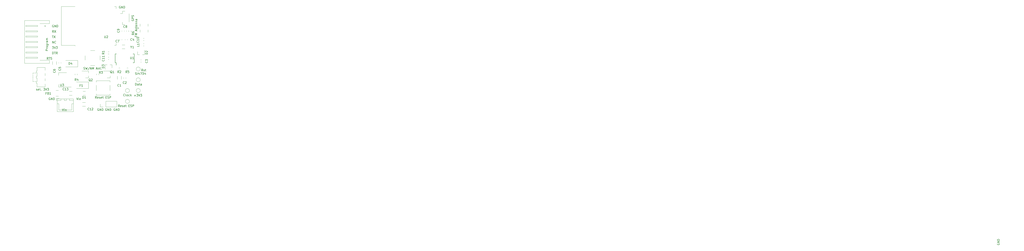
<source format=gto>
%TF.GenerationSoftware,KiCad,Pcbnew,5.1.9+dfsg1-1*%
%TF.CreationDate,2021-06-01T22:56:34+02:00*%
%TF.ProjectId,SDR-RX,5344522d-5258-42e6-9b69-6361645f7063,rev?*%
%TF.SameCoordinates,Original*%
%TF.FileFunction,Legend,Top*%
%TF.FilePolarity,Positive*%
%FSLAX46Y46*%
G04 Gerber Fmt 4.6, Leading zero omitted, Abs format (unit mm)*
G04 Created by KiCad (PCBNEW 5.1.9+dfsg1-1) date 2021-06-01 22:56:34*
%MOMM*%
%LPD*%
G01*
G04 APERTURE LIST*
%ADD10C,0.150000*%
%ADD11C,0.120000*%
G04 APERTURE END LIST*
D10*
X160661071Y-96297380D02*
X160327738Y-95821190D01*
X160089642Y-96297380D02*
X160089642Y-95297380D01*
X160470595Y-95297380D01*
X160565833Y-95345000D01*
X160613452Y-95392619D01*
X160661071Y-95487857D01*
X160661071Y-95630714D01*
X160613452Y-95725952D01*
X160565833Y-95773571D01*
X160470595Y-95821190D01*
X160089642Y-95821190D01*
X161042023Y-96249761D02*
X161137261Y-96297380D01*
X161327738Y-96297380D01*
X161422976Y-96249761D01*
X161470595Y-96154523D01*
X161470595Y-96106904D01*
X161422976Y-96011666D01*
X161327738Y-95964047D01*
X161184880Y-95964047D01*
X161089642Y-95916428D01*
X161042023Y-95821190D01*
X161042023Y-95773571D01*
X161089642Y-95678333D01*
X161184880Y-95630714D01*
X161327738Y-95630714D01*
X161422976Y-95678333D01*
X161756309Y-95630714D02*
X162137261Y-95630714D01*
X161899166Y-95297380D02*
X161899166Y-96154523D01*
X161946785Y-96249761D01*
X162042023Y-96297380D01*
X162137261Y-96297380D01*
X157184880Y-97899761D02*
X157327738Y-97947380D01*
X157565833Y-97947380D01*
X157661071Y-97899761D01*
X157708690Y-97852142D01*
X157756309Y-97756904D01*
X157756309Y-97661666D01*
X157708690Y-97566428D01*
X157661071Y-97518809D01*
X157565833Y-97471190D01*
X157375357Y-97423571D01*
X157280119Y-97375952D01*
X157232500Y-97328333D01*
X157184880Y-97233095D01*
X157184880Y-97137857D01*
X157232500Y-97042619D01*
X157280119Y-96995000D01*
X157375357Y-96947380D01*
X157613452Y-96947380D01*
X157756309Y-96995000D01*
X158184880Y-97947380D02*
X158184880Y-96947380D01*
X159089642Y-97280714D02*
X159089642Y-97947380D01*
X158851547Y-96899761D02*
X158613452Y-97614047D01*
X159232500Y-97614047D01*
X159518214Y-96947380D02*
X160184880Y-96947380D01*
X159756309Y-97947380D01*
X160470595Y-96947380D02*
X161089642Y-96947380D01*
X160756309Y-97328333D01*
X160899166Y-97328333D01*
X160994404Y-97375952D01*
X161042023Y-97423571D01*
X161089642Y-97518809D01*
X161089642Y-97756904D01*
X161042023Y-97852142D01*
X160994404Y-97899761D01*
X160899166Y-97947380D01*
X160613452Y-97947380D01*
X160518214Y-97899761D01*
X160470595Y-97852142D01*
X161946785Y-97280714D02*
X161946785Y-97947380D01*
X161708690Y-96899761D02*
X161470595Y-97614047D01*
X162089642Y-97614047D01*
X147598095Y-113950000D02*
X147502857Y-113902380D01*
X147360000Y-113902380D01*
X147217142Y-113950000D01*
X147121904Y-114045238D01*
X147074285Y-114140476D01*
X147026666Y-114330952D01*
X147026666Y-114473809D01*
X147074285Y-114664285D01*
X147121904Y-114759523D01*
X147217142Y-114854761D01*
X147360000Y-114902380D01*
X147455238Y-114902380D01*
X147598095Y-114854761D01*
X147645714Y-114807142D01*
X147645714Y-114473809D01*
X147455238Y-114473809D01*
X148074285Y-114902380D02*
X148074285Y-113902380D01*
X148645714Y-114902380D01*
X148645714Y-113902380D01*
X149121904Y-114902380D02*
X149121904Y-113902380D01*
X149360000Y-113902380D01*
X149502857Y-113950000D01*
X149598095Y-114045238D01*
X149645714Y-114140476D01*
X149693333Y-114330952D01*
X149693333Y-114473809D01*
X149645714Y-114664285D01*
X149598095Y-114759523D01*
X149502857Y-114854761D01*
X149360000Y-114902380D01*
X149121904Y-114902380D01*
X139978095Y-113950000D02*
X139882857Y-113902380D01*
X139740000Y-113902380D01*
X139597142Y-113950000D01*
X139501904Y-114045238D01*
X139454285Y-114140476D01*
X139406666Y-114330952D01*
X139406666Y-114473809D01*
X139454285Y-114664285D01*
X139501904Y-114759523D01*
X139597142Y-114854761D01*
X139740000Y-114902380D01*
X139835238Y-114902380D01*
X139978095Y-114854761D01*
X140025714Y-114807142D01*
X140025714Y-114473809D01*
X139835238Y-114473809D01*
X140454285Y-114902380D02*
X140454285Y-113902380D01*
X141025714Y-114902380D01*
X141025714Y-113902380D01*
X141501904Y-114902380D02*
X141501904Y-113902380D01*
X141740000Y-113902380D01*
X141882857Y-113950000D01*
X141978095Y-114045238D01*
X142025714Y-114140476D01*
X142073333Y-114330952D01*
X142073333Y-114473809D01*
X142025714Y-114664285D01*
X141978095Y-114759523D01*
X141882857Y-114854761D01*
X141740000Y-114902380D01*
X141501904Y-114902380D01*
X150138095Y-65690000D02*
X150042857Y-65642380D01*
X149900000Y-65642380D01*
X149757142Y-65690000D01*
X149661904Y-65785238D01*
X149614285Y-65880476D01*
X149566666Y-66070952D01*
X149566666Y-66213809D01*
X149614285Y-66404285D01*
X149661904Y-66499523D01*
X149757142Y-66594761D01*
X149900000Y-66642380D01*
X149995238Y-66642380D01*
X150138095Y-66594761D01*
X150185714Y-66547142D01*
X150185714Y-66213809D01*
X149995238Y-66213809D01*
X150614285Y-66642380D02*
X150614285Y-65642380D01*
X151185714Y-66642380D01*
X151185714Y-65642380D01*
X151661904Y-66642380D02*
X151661904Y-65642380D01*
X151900000Y-65642380D01*
X152042857Y-65690000D01*
X152138095Y-65785238D01*
X152185714Y-65880476D01*
X152233333Y-66070952D01*
X152233333Y-66213809D01*
X152185714Y-66404285D01*
X152138095Y-66499523D01*
X152042857Y-66594761D01*
X151900000Y-66642380D01*
X151661904Y-66642380D01*
X129556190Y-108822380D02*
X129889523Y-109822380D01*
X130222857Y-108822380D01*
X130556190Y-109822380D02*
X130556190Y-109155714D01*
X130556190Y-108822380D02*
X130508571Y-108870000D01*
X130556190Y-108917619D01*
X130603809Y-108870000D01*
X130556190Y-108822380D01*
X130556190Y-108917619D01*
X131032380Y-109155714D02*
X131032380Y-109822380D01*
X131032380Y-109250952D02*
X131080000Y-109203333D01*
X131175238Y-109155714D01*
X131318095Y-109155714D01*
X131413333Y-109203333D01*
X131460952Y-109298571D01*
X131460952Y-109822380D01*
X117118095Y-108870000D02*
X117022857Y-108822380D01*
X116880000Y-108822380D01*
X116737142Y-108870000D01*
X116641904Y-108965238D01*
X116594285Y-109060476D01*
X116546666Y-109250952D01*
X116546666Y-109393809D01*
X116594285Y-109584285D01*
X116641904Y-109679523D01*
X116737142Y-109774761D01*
X116880000Y-109822380D01*
X116975238Y-109822380D01*
X117118095Y-109774761D01*
X117165714Y-109727142D01*
X117165714Y-109393809D01*
X116975238Y-109393809D01*
X117594285Y-109822380D02*
X117594285Y-108822380D01*
X118165714Y-109822380D01*
X118165714Y-108822380D01*
X118641904Y-109822380D02*
X118641904Y-108822380D01*
X118880000Y-108822380D01*
X119022857Y-108870000D01*
X119118095Y-108965238D01*
X119165714Y-109060476D01*
X119213333Y-109250952D01*
X119213333Y-109393809D01*
X119165714Y-109584285D01*
X119118095Y-109679523D01*
X119022857Y-109774761D01*
X118880000Y-109822380D01*
X118641904Y-109822380D01*
X116247023Y-90772380D02*
X115913690Y-90296190D01*
X115675595Y-90772380D02*
X115675595Y-89772380D01*
X116056547Y-89772380D01*
X116151785Y-89820000D01*
X116199404Y-89867619D01*
X116247023Y-89962857D01*
X116247023Y-90105714D01*
X116199404Y-90200952D01*
X116151785Y-90248571D01*
X116056547Y-90296190D01*
X115675595Y-90296190D01*
X116532738Y-89772380D02*
X117104166Y-89772380D01*
X116818452Y-90772380D02*
X116818452Y-89772380D01*
X117389880Y-90724761D02*
X117532738Y-90772380D01*
X117770833Y-90772380D01*
X117866071Y-90724761D01*
X117913690Y-90677142D01*
X117961309Y-90581904D01*
X117961309Y-90486666D01*
X117913690Y-90391428D01*
X117866071Y-90343809D01*
X117770833Y-90296190D01*
X117580357Y-90248571D01*
X117485119Y-90200952D01*
X117437500Y-90153333D01*
X117389880Y-90058095D01*
X117389880Y-89962857D01*
X117437500Y-89867619D01*
X117485119Y-89820000D01*
X117580357Y-89772380D01*
X117818452Y-89772380D01*
X117961309Y-89820000D01*
X118215595Y-88232380D02*
X118215595Y-87232380D01*
X118453690Y-87232380D01*
X118596547Y-87280000D01*
X118691785Y-87375238D01*
X118739404Y-87470476D01*
X118787023Y-87660952D01*
X118787023Y-87803809D01*
X118739404Y-87994285D01*
X118691785Y-88089523D01*
X118596547Y-88184761D01*
X118453690Y-88232380D01*
X118215595Y-88232380D01*
X119072738Y-87232380D02*
X119644166Y-87232380D01*
X119358452Y-88232380D02*
X119358452Y-87232380D01*
X120548928Y-88232380D02*
X120215595Y-87756190D01*
X119977500Y-88232380D02*
X119977500Y-87232380D01*
X120358452Y-87232380D01*
X120453690Y-87280000D01*
X120501309Y-87327619D01*
X120548928Y-87422857D01*
X120548928Y-87565714D01*
X120501309Y-87660952D01*
X120453690Y-87708571D01*
X120358452Y-87756190D01*
X119977500Y-87756190D01*
X118120357Y-84692380D02*
X118739404Y-84692380D01*
X118406071Y-85073333D01*
X118548928Y-85073333D01*
X118644166Y-85120952D01*
X118691785Y-85168571D01*
X118739404Y-85263809D01*
X118739404Y-85501904D01*
X118691785Y-85597142D01*
X118644166Y-85644761D01*
X118548928Y-85692380D01*
X118263214Y-85692380D01*
X118167976Y-85644761D01*
X118120357Y-85597142D01*
X119025119Y-84692380D02*
X119358452Y-85692380D01*
X119691785Y-84692380D01*
X119929880Y-84692380D02*
X120548928Y-84692380D01*
X120215595Y-85073333D01*
X120358452Y-85073333D01*
X120453690Y-85120952D01*
X120501309Y-85168571D01*
X120548928Y-85263809D01*
X120548928Y-85501904D01*
X120501309Y-85597142D01*
X120453690Y-85644761D01*
X120358452Y-85692380D01*
X120072738Y-85692380D01*
X119977500Y-85644761D01*
X119929880Y-85597142D01*
X118215595Y-83152380D02*
X118215595Y-82152380D01*
X118787023Y-83152380D01*
X118787023Y-82152380D01*
X119834642Y-83057142D02*
X119787023Y-83104761D01*
X119644166Y-83152380D01*
X119548928Y-83152380D01*
X119406071Y-83104761D01*
X119310833Y-83009523D01*
X119263214Y-82914285D01*
X119215595Y-82723809D01*
X119215595Y-82580952D01*
X119263214Y-82390476D01*
X119310833Y-82295238D01*
X119406071Y-82200000D01*
X119548928Y-82152380D01*
X119644166Y-82152380D01*
X119787023Y-82200000D01*
X119834642Y-82247619D01*
X118072738Y-79612380D02*
X118644166Y-79612380D01*
X118358452Y-80612380D02*
X118358452Y-79612380D01*
X118882261Y-79612380D02*
X119548928Y-80612380D01*
X119548928Y-79612380D02*
X118882261Y-80612380D01*
X118787023Y-78072380D02*
X118453690Y-77596190D01*
X118215595Y-78072380D02*
X118215595Y-77072380D01*
X118596547Y-77072380D01*
X118691785Y-77120000D01*
X118739404Y-77167619D01*
X118787023Y-77262857D01*
X118787023Y-77405714D01*
X118739404Y-77500952D01*
X118691785Y-77548571D01*
X118596547Y-77596190D01*
X118215595Y-77596190D01*
X119120357Y-77072380D02*
X119787023Y-78072380D01*
X119787023Y-77072380D02*
X119120357Y-78072380D01*
X118739404Y-74580000D02*
X118644166Y-74532380D01*
X118501309Y-74532380D01*
X118358452Y-74580000D01*
X118263214Y-74675238D01*
X118215595Y-74770476D01*
X118167976Y-74960952D01*
X118167976Y-75103809D01*
X118215595Y-75294285D01*
X118263214Y-75389523D01*
X118358452Y-75484761D01*
X118501309Y-75532380D01*
X118596547Y-75532380D01*
X118739404Y-75484761D01*
X118787023Y-75437142D01*
X118787023Y-75103809D01*
X118596547Y-75103809D01*
X119215595Y-75532380D02*
X119215595Y-74532380D01*
X119787023Y-75532380D01*
X119787023Y-74532380D01*
X120263214Y-75532380D02*
X120263214Y-74532380D01*
X120501309Y-74532380D01*
X120644166Y-74580000D01*
X120739404Y-74675238D01*
X120787023Y-74770476D01*
X120834642Y-74960952D01*
X120834642Y-75103809D01*
X120787023Y-75294285D01*
X120739404Y-75389523D01*
X120644166Y-75484761D01*
X120501309Y-75532380D01*
X120263214Y-75532380D01*
D11*
%TO.C,C4*%
X153315000Y-81283733D02*
X153315000Y-81576267D01*
X152295000Y-81283733D02*
X152295000Y-81576267D01*
%TO.C,Program*%
X105090000Y-82480000D02*
X105090000Y-72420000D01*
X105090000Y-72420000D02*
X116810000Y-72420000D01*
X116810000Y-72420000D02*
X116810000Y-73840000D01*
X116810000Y-73840000D02*
X112310000Y-73840000D01*
X105090000Y-82480000D02*
X105090000Y-92540000D01*
X105090000Y-92540000D02*
X116810000Y-92540000D01*
X116810000Y-92540000D02*
X116810000Y-91120000D01*
X116810000Y-91120000D02*
X112310000Y-91120000D01*
X111200000Y-74730000D02*
X105700000Y-74730000D01*
X105700000Y-74730000D02*
X105700000Y-75230000D01*
X105700000Y-75230000D02*
X111200000Y-75230000D01*
X111200000Y-75230000D02*
X111200000Y-74730000D01*
X111200000Y-77230000D02*
X105700000Y-77230000D01*
X105700000Y-77230000D02*
X105700000Y-77730000D01*
X105700000Y-77730000D02*
X111200000Y-77730000D01*
X111200000Y-77730000D02*
X111200000Y-77230000D01*
X111200000Y-79730000D02*
X105700000Y-79730000D01*
X105700000Y-79730000D02*
X105700000Y-80230000D01*
X105700000Y-80230000D02*
X111200000Y-80230000D01*
X111200000Y-80230000D02*
X111200000Y-79730000D01*
X111200000Y-82230000D02*
X105700000Y-82230000D01*
X105700000Y-82230000D02*
X105700000Y-82730000D01*
X105700000Y-82730000D02*
X111200000Y-82730000D01*
X111200000Y-82730000D02*
X111200000Y-82230000D01*
X111200000Y-84730000D02*
X105700000Y-84730000D01*
X105700000Y-84730000D02*
X105700000Y-85230000D01*
X105700000Y-85230000D02*
X111200000Y-85230000D01*
X111200000Y-85230000D02*
X111200000Y-84730000D01*
X111200000Y-87230000D02*
X105700000Y-87230000D01*
X105700000Y-87230000D02*
X105700000Y-87730000D01*
X105700000Y-87730000D02*
X111200000Y-87730000D01*
X111200000Y-87730000D02*
X111200000Y-87230000D01*
X111200000Y-89730000D02*
X105700000Y-89730000D01*
X105700000Y-89730000D02*
X105700000Y-90230000D01*
X105700000Y-90230000D02*
X111200000Y-90230000D01*
X111200000Y-90230000D02*
X111200000Y-89730000D01*
X114300000Y-74980000D02*
X114900000Y-74680000D01*
X114900000Y-74680000D02*
X114900000Y-75280000D01*
X114900000Y-75280000D02*
X114300000Y-74980000D01*
%TO.C,GPS*%
X152210000Y-68060000D02*
X151060000Y-68060000D01*
X151060000Y-68060000D02*
X151060000Y-69110000D01*
X151060000Y-69110000D02*
X150070000Y-69110000D01*
X152210000Y-74280000D02*
X151060000Y-74280000D01*
X151060000Y-74280000D02*
X151060000Y-73230000D01*
X154180000Y-69230000D02*
X154180000Y-73110000D01*
%TO.C,SW/AM Ant.*%
X133564800Y-91050000D02*
X133564800Y-89050000D01*
X136070000Y-86544800D02*
X138070000Y-86544800D01*
X140575200Y-89050000D02*
X140575200Y-91050000D01*
X138070000Y-93555200D02*
X136070000Y-93555200D01*
%TO.C,Vin *%
X120400000Y-109350000D02*
X120400000Y-115320000D01*
X120400000Y-115320000D02*
X128020000Y-115320000D01*
X128020000Y-115320000D02*
X128020000Y-109350000D01*
X128020000Y-109350000D02*
X120400000Y-109350000D01*
X123710000Y-109360000D02*
X123710000Y-110110000D01*
X123710000Y-110110000D02*
X124710000Y-110110000D01*
X124710000Y-110110000D02*
X124710000Y-109360000D01*
X124710000Y-109360000D02*
X123710000Y-109360000D01*
X120410000Y-109360000D02*
X120410000Y-110110000D01*
X120410000Y-110110000D02*
X122210000Y-110110000D01*
X122210000Y-110110000D02*
X122210000Y-109360000D01*
X122210000Y-109360000D02*
X120410000Y-109360000D01*
X126210000Y-109360000D02*
X126210000Y-110110000D01*
X126210000Y-110110000D02*
X128010000Y-110110000D01*
X128010000Y-110110000D02*
X128010000Y-109360000D01*
X128010000Y-109360000D02*
X126210000Y-109360000D01*
X120410000Y-111610000D02*
X121160000Y-111610000D01*
X121160000Y-111610000D02*
X121160000Y-114560000D01*
X121160000Y-114560000D02*
X124210000Y-114560000D01*
X128010000Y-111610000D02*
X127260000Y-111610000D01*
X127260000Y-111610000D02*
X127260000Y-114560000D01*
X127260000Y-114560000D02*
X124210000Y-114560000D01*
X121360000Y-109060000D02*
X120110000Y-109060000D01*
X120110000Y-109060000D02*
X120110000Y-110310000D01*
%TO.C,sel. 3V3 *%
X114700000Y-102310000D02*
X114700000Y-103710000D01*
X114700000Y-103710000D02*
X110900000Y-103710000D01*
X110900000Y-94510000D02*
X114700000Y-94510000D01*
X114700000Y-94510000D02*
X114700000Y-95910000D01*
X114700000Y-100910000D02*
X114700000Y-99810000D01*
X114700000Y-99810000D02*
X114700000Y-99810000D01*
X114700000Y-98410000D02*
X114700000Y-97310000D01*
X114700000Y-97310000D02*
X114700000Y-97310000D01*
X110900000Y-103710000D02*
X110900000Y-102010000D01*
X110900000Y-102010000D02*
X110600000Y-102010000D01*
X110600000Y-102010000D02*
X110600000Y-101210000D01*
X110600000Y-101210000D02*
X110900000Y-101210000D01*
X110900000Y-101210000D02*
X110900000Y-99510000D01*
X110900000Y-99510000D02*
X110600000Y-99510000D01*
X110600000Y-99510000D02*
X110600000Y-98710000D01*
X110600000Y-98710000D02*
X110900000Y-98710000D01*
X110900000Y-98710000D02*
X110900000Y-97010000D01*
X110900000Y-97010000D02*
X110600000Y-97010000D01*
X110600000Y-97010000D02*
X110600000Y-96210000D01*
X110600000Y-96210000D02*
X110900000Y-96210000D01*
X110900000Y-96210000D02*
X110900000Y-94510000D01*
X110900000Y-94510000D02*
X110900000Y-94510000D01*
X109000000Y-97110000D02*
X109500000Y-97110000D01*
X109500000Y-97110000D02*
X109500000Y-97110000D01*
X109000000Y-97110000D02*
X109000000Y-97610000D01*
X109000000Y-97610000D02*
X109000000Y-97610000D01*
X109000000Y-101110000D02*
X109000000Y-100610000D01*
X109000000Y-100610000D02*
X109000000Y-100610000D01*
X109000000Y-101110000D02*
X109500000Y-101110000D01*
X109500000Y-101110000D02*
X109500000Y-101110000D01*
X109800000Y-101110000D02*
X110300000Y-101110000D01*
X110300000Y-101110000D02*
X110300000Y-101110000D01*
X109800000Y-97110000D02*
X110300000Y-97110000D01*
X110300000Y-97110000D02*
X110300000Y-97110000D01*
X109000000Y-97910000D02*
X109000000Y-98410000D01*
X109000000Y-98410000D02*
X109000000Y-98410000D01*
X109000000Y-100310000D02*
X109000000Y-99810000D01*
X109000000Y-99810000D02*
X109000000Y-99810000D01*
X109000000Y-99510000D02*
X109000000Y-98710000D01*
X109000000Y-98710000D02*
X109000000Y-98710000D01*
%TO.C,+3V3*%
X159470000Y-105460000D02*
G75*
G03*
X159470000Y-105460000I-950000J0D01*
G01*
%TO.C,Reset SI4734*%
X159470000Y-95300000D02*
G75*
G03*
X159470000Y-95300000I-950000J0D01*
G01*
%TO.C,Clock*%
X154390000Y-105460000D02*
G75*
G03*
X154390000Y-105460000I-950000J0D01*
G01*
%TO.C,Data*%
X159470000Y-100380000D02*
G75*
G03*
X159470000Y-100380000I-950000J0D01*
G01*
%TO.C,Reset ESP*%
X154390000Y-110540000D02*
G75*
G03*
X154390000Y-110540000I-950000J0D01*
G01*
%TO.C,GND*%
X148420000Y-113140000D02*
X148420000Y-110480000D01*
X143280000Y-113140000D02*
X148420000Y-113140000D01*
X143280000Y-110480000D02*
X148420000Y-110480000D01*
X143280000Y-113140000D02*
X143280000Y-110480000D01*
X142010000Y-113140000D02*
X140680000Y-113140000D01*
X140680000Y-113140000D02*
X140680000Y-111810000D01*
%TO.C,Y1*%
X152210000Y-83984000D02*
X150860000Y-83984000D01*
X152210000Y-85734000D02*
X150860000Y-85734000D01*
%TO.C,U3*%
X121050000Y-96970000D02*
X121050000Y-98230000D01*
X121050000Y-103790000D02*
X121050000Y-102530000D01*
X124810000Y-96970000D02*
X121050000Y-96970000D01*
X127060000Y-103790000D02*
X121050000Y-103790000D01*
%TO.C,U2*%
X147300000Y-84100000D02*
X148080000Y-84100000D01*
X148080000Y-84100000D02*
X148080000Y-83100000D01*
X147300000Y-65860000D02*
X148080000Y-65860000D01*
X148080000Y-65860000D02*
X148080000Y-66860000D01*
X122335000Y-84100000D02*
X122335000Y-65860000D01*
X122335000Y-65860000D02*
X128755000Y-65860000D01*
X122335000Y-84100000D02*
X128755000Y-84100000D01*
X128755000Y-84100000D02*
X128755000Y-84480000D01*
D10*
%TO.C,U1*%
X147695000Y-92295000D02*
X148170000Y-92295000D01*
X147695000Y-88145000D02*
X148252500Y-88145000D01*
X156645000Y-88145000D02*
X156087500Y-88145000D01*
X156645000Y-92295000D02*
X156087500Y-92295000D01*
X147695000Y-92295000D02*
X147695000Y-88145000D01*
X156645000Y-92295000D02*
X156645000Y-88145000D01*
X148170000Y-92295000D02*
X148170000Y-93420000D01*
D11*
%TO.C,Reset ESP*%
X138760000Y-101440000D02*
X138760000Y-100790000D01*
X138760000Y-100790000D02*
X145260000Y-100790000D01*
X145260000Y-100790000D02*
X145260000Y-101440000D01*
X138760000Y-106940000D02*
X138760000Y-107590000D01*
X138760000Y-107590000D02*
X145260000Y-107590000D01*
X145260000Y-107590000D02*
X145260000Y-106940000D01*
X138760000Y-105440000D02*
X138760000Y-102940000D01*
X145260000Y-105440000D02*
X145260000Y-102940000D01*
%TO.C,R6*%
X155105500Y-77138276D02*
X155105500Y-77647724D01*
X154060500Y-77138276D02*
X154060500Y-77647724D01*
%TO.C,R5*%
X153185276Y-94777500D02*
X153694724Y-94777500D01*
X153185276Y-95822500D02*
X153694724Y-95822500D01*
%TO.C,R4*%
X128787500Y-98094724D02*
X128787500Y-97585276D01*
X129832500Y-98094724D02*
X129832500Y-97585276D01*
%TO.C,R3*%
X139992500Y-97585276D02*
X139992500Y-98094724D01*
X138947500Y-97585276D02*
X138947500Y-98094724D01*
%TO.C,R2*%
X149884724Y-95822500D02*
X149375276Y-95822500D01*
X149884724Y-94777500D02*
X149375276Y-94777500D01*
%TO.C,R1*%
X144804724Y-88202500D02*
X144295276Y-88202500D01*
X144804724Y-87157500D02*
X144295276Y-87157500D01*
%TO.C,Q2*%
X135150000Y-99420000D02*
X135150000Y-98490000D01*
X135150000Y-96260000D02*
X135150000Y-97190000D01*
X135150000Y-96260000D02*
X131990000Y-96260000D01*
X135150000Y-99420000D02*
X133690000Y-99420000D01*
%TO.C,Q1*%
X145310000Y-99420000D02*
X145310000Y-98490000D01*
X145310000Y-96260000D02*
X145310000Y-97190000D01*
X145310000Y-96260000D02*
X142150000Y-96260000D01*
X145310000Y-99420000D02*
X143850000Y-99420000D01*
%TO.C,L1*%
X161231267Y-84380000D02*
X160888733Y-84380000D01*
X161231267Y-83360000D02*
X160888733Y-83360000D01*
%TO.C,FM Antenna*%
X158300000Y-76215000D02*
X158800000Y-75965000D01*
X158300000Y-75715000D02*
X158300000Y-76215000D01*
X158800000Y-75965000D02*
X158300000Y-75715000D01*
X163060000Y-77915000D02*
X163060000Y-76805000D01*
X163060000Y-75125000D02*
X163060000Y-74015000D01*
X159350000Y-77915000D02*
X159350000Y-76805000D01*
X159350000Y-75125000D02*
X159350000Y-74015000D01*
%TO.C,FB1*%
X121022064Y-108090000D02*
X119817936Y-108090000D01*
X121022064Y-105370000D02*
X119817936Y-105370000D01*
%TO.C,F1*%
X132517936Y-105820000D02*
X133722064Y-105820000D01*
X132517936Y-107640000D02*
X133722064Y-107640000D01*
%TO.C,D4*%
X124370000Y-94260000D02*
X130070000Y-94260000D01*
X130070000Y-94260000D02*
X130070000Y-91260000D01*
X130070000Y-91260000D02*
X124370000Y-91260000D01*
%TO.C,D3*%
X146130000Y-93270000D02*
X145200000Y-93270000D01*
X142970000Y-93270000D02*
X143900000Y-93270000D01*
X142970000Y-93270000D02*
X142970000Y-95430000D01*
X146130000Y-93270000D02*
X146130000Y-94730000D01*
%TO.C,D2*%
X158210000Y-88540000D02*
X159140000Y-88540000D01*
X161370000Y-88540000D02*
X160440000Y-88540000D01*
X161370000Y-88540000D02*
X161370000Y-86380000D01*
X158210000Y-88540000D02*
X158210000Y-87080000D01*
%TO.C,D1*%
X129450000Y-104420000D02*
X135150000Y-104420000D01*
X135150000Y-104420000D02*
X135150000Y-101420000D01*
X135150000Y-101420000D02*
X129450000Y-101420000D01*
%TO.C,C13*%
X126058748Y-105820000D02*
X127481252Y-105820000D01*
X126058748Y-107640000D02*
X127481252Y-107640000D01*
%TO.C,C12*%
X133704252Y-112820000D02*
X132281748Y-112820000D01*
X133704252Y-111000000D02*
X132281748Y-111000000D01*
%TO.C,C11*%
X144403733Y-89710000D02*
X144696267Y-89710000D01*
X144403733Y-90730000D02*
X144696267Y-90730000D01*
%TO.C,C10*%
X160913733Y-80820000D02*
X161206267Y-80820000D01*
X160913733Y-81840000D02*
X161206267Y-81840000D01*
%TO.C,C9*%
X150775000Y-77246733D02*
X150775000Y-77539267D01*
X149755000Y-77246733D02*
X149755000Y-77539267D01*
%TO.C,C8*%
X152934000Y-77219733D02*
X152934000Y-77512267D01*
X151914000Y-77219733D02*
X151914000Y-77512267D01*
%TO.C,C7*%
X149755000Y-81576267D02*
X149755000Y-81283733D01*
X150775000Y-81576267D02*
X150775000Y-81283733D01*
%TO.C,C6*%
X120060000Y-91756248D02*
X120060000Y-93178752D01*
X118240000Y-91756248D02*
X118240000Y-93178752D01*
%TO.C,C5*%
X122200000Y-92206233D02*
X122200000Y-92498767D01*
X121180000Y-92206233D02*
X121180000Y-92498767D01*
%TO.C,C3*%
X159643733Y-90980000D02*
X159936267Y-90980000D01*
X159643733Y-92000000D02*
X159936267Y-92000000D01*
%TO.C,C2*%
X151660000Y-99663767D02*
X151660000Y-99371233D01*
X152680000Y-99663767D02*
X152680000Y-99371233D01*
%TO.C,C1*%
X148720000Y-100113752D02*
X148720000Y-98691248D01*
X150540000Y-100113752D02*
X150540000Y-98691248D01*
%TO.C,C4*%
D10*
X155559333Y-81787142D02*
X155511714Y-81834761D01*
X155368857Y-81882380D01*
X155273619Y-81882380D01*
X155130761Y-81834761D01*
X155035523Y-81739523D01*
X154987904Y-81644285D01*
X154940285Y-81453809D01*
X154940285Y-81310952D01*
X154987904Y-81120476D01*
X155035523Y-81025238D01*
X155130761Y-80930000D01*
X155273619Y-80882380D01*
X155368857Y-80882380D01*
X155511714Y-80930000D01*
X155559333Y-80977619D01*
X156416476Y-81215714D02*
X156416476Y-81882380D01*
X156178380Y-80834761D02*
X155940285Y-81549047D01*
X156559333Y-81549047D01*
%TO.C,Program*%
X116046380Y-86620761D02*
X115046380Y-86620761D01*
X115046380Y-86239809D01*
X115094000Y-86144571D01*
X115141619Y-86096952D01*
X115236857Y-86049333D01*
X115379714Y-86049333D01*
X115474952Y-86096952D01*
X115522571Y-86144571D01*
X115570190Y-86239809D01*
X115570190Y-86620761D01*
X116046380Y-85620761D02*
X115379714Y-85620761D01*
X115570190Y-85620761D02*
X115474952Y-85573142D01*
X115427333Y-85525523D01*
X115379714Y-85430285D01*
X115379714Y-85335047D01*
X116046380Y-84858857D02*
X115998761Y-84954095D01*
X115951142Y-85001714D01*
X115855904Y-85049333D01*
X115570190Y-85049333D01*
X115474952Y-85001714D01*
X115427333Y-84954095D01*
X115379714Y-84858857D01*
X115379714Y-84716000D01*
X115427333Y-84620761D01*
X115474952Y-84573142D01*
X115570190Y-84525523D01*
X115855904Y-84525523D01*
X115951142Y-84573142D01*
X115998761Y-84620761D01*
X116046380Y-84716000D01*
X116046380Y-84858857D01*
X115379714Y-83668380D02*
X116189238Y-83668380D01*
X116284476Y-83716000D01*
X116332095Y-83763619D01*
X116379714Y-83858857D01*
X116379714Y-84001714D01*
X116332095Y-84096952D01*
X115998761Y-83668380D02*
X116046380Y-83763619D01*
X116046380Y-83954095D01*
X115998761Y-84049333D01*
X115951142Y-84096952D01*
X115855904Y-84144571D01*
X115570190Y-84144571D01*
X115474952Y-84096952D01*
X115427333Y-84049333D01*
X115379714Y-83954095D01*
X115379714Y-83763619D01*
X115427333Y-83668380D01*
X116046380Y-83192190D02*
X115379714Y-83192190D01*
X115570190Y-83192190D02*
X115474952Y-83144571D01*
X115427333Y-83096952D01*
X115379714Y-83001714D01*
X115379714Y-82906476D01*
X116046380Y-82144571D02*
X115522571Y-82144571D01*
X115427333Y-82192190D01*
X115379714Y-82287428D01*
X115379714Y-82477904D01*
X115427333Y-82573142D01*
X115998761Y-82144571D02*
X116046380Y-82239809D01*
X116046380Y-82477904D01*
X115998761Y-82573142D01*
X115903523Y-82620761D01*
X115808285Y-82620761D01*
X115713047Y-82573142D01*
X115665428Y-82477904D01*
X115665428Y-82239809D01*
X115617809Y-82144571D01*
X116046380Y-81668380D02*
X115379714Y-81668380D01*
X115474952Y-81668380D02*
X115427333Y-81620761D01*
X115379714Y-81525523D01*
X115379714Y-81382666D01*
X115427333Y-81287428D01*
X115522571Y-81239809D01*
X116046380Y-81239809D01*
X115522571Y-81239809D02*
X115427333Y-81192190D01*
X115379714Y-81096952D01*
X115379714Y-80954095D01*
X115427333Y-80858857D01*
X115522571Y-80811238D01*
X116046380Y-80811238D01*
%TO.C,GPS*%
X155480000Y-71984285D02*
X155432380Y-72079523D01*
X155432380Y-72222380D01*
X155480000Y-72365238D01*
X155575238Y-72460476D01*
X155670476Y-72508095D01*
X155860952Y-72555714D01*
X156003809Y-72555714D01*
X156194285Y-72508095D01*
X156289523Y-72460476D01*
X156384761Y-72365238D01*
X156432380Y-72222380D01*
X156432380Y-72127142D01*
X156384761Y-71984285D01*
X156337142Y-71936666D01*
X156003809Y-71936666D01*
X156003809Y-72127142D01*
X156432380Y-71508095D02*
X155432380Y-71508095D01*
X155432380Y-71127142D01*
X155480000Y-71031904D01*
X155527619Y-70984285D01*
X155622857Y-70936666D01*
X155765714Y-70936666D01*
X155860952Y-70984285D01*
X155908571Y-71031904D01*
X155956190Y-71127142D01*
X155956190Y-71508095D01*
X156384761Y-70555714D02*
X156432380Y-70412857D01*
X156432380Y-70174761D01*
X156384761Y-70079523D01*
X156337142Y-70031904D01*
X156241904Y-69984285D01*
X156146666Y-69984285D01*
X156051428Y-70031904D01*
X156003809Y-70079523D01*
X155956190Y-70174761D01*
X155908571Y-70365238D01*
X155860952Y-70460476D01*
X155813333Y-70508095D01*
X155718095Y-70555714D01*
X155622857Y-70555714D01*
X155527619Y-70508095D01*
X155480000Y-70460476D01*
X155432380Y-70365238D01*
X155432380Y-70127142D01*
X155480000Y-69984285D01*
%TO.C,SW/AM Ant.*%
X132890333Y-95423761D02*
X133033190Y-95471380D01*
X133271285Y-95471380D01*
X133366523Y-95423761D01*
X133414142Y-95376142D01*
X133461761Y-95280904D01*
X133461761Y-95185666D01*
X133414142Y-95090428D01*
X133366523Y-95042809D01*
X133271285Y-94995190D01*
X133080809Y-94947571D01*
X132985571Y-94899952D01*
X132937952Y-94852333D01*
X132890333Y-94757095D01*
X132890333Y-94661857D01*
X132937952Y-94566619D01*
X132985571Y-94519000D01*
X133080809Y-94471380D01*
X133318904Y-94471380D01*
X133461761Y-94519000D01*
X133795095Y-94471380D02*
X134033190Y-95471380D01*
X134223666Y-94757095D01*
X134414142Y-95471380D01*
X134652238Y-94471380D01*
X135747476Y-94423761D02*
X134890333Y-95709476D01*
X136033190Y-95185666D02*
X136509380Y-95185666D01*
X135937952Y-95471380D02*
X136271285Y-94471380D01*
X136604619Y-95471380D01*
X136937952Y-95471380D02*
X136937952Y-94471380D01*
X137271285Y-95185666D01*
X137604619Y-94471380D01*
X137604619Y-95471380D01*
X138795095Y-95185666D02*
X139271285Y-95185666D01*
X138699857Y-95471380D02*
X139033190Y-94471380D01*
X139366523Y-95471380D01*
X139699857Y-94804714D02*
X139699857Y-95471380D01*
X139699857Y-94899952D02*
X139747476Y-94852333D01*
X139842714Y-94804714D01*
X139985571Y-94804714D01*
X140080809Y-94852333D01*
X140128428Y-94947571D01*
X140128428Y-95471380D01*
X140461761Y-94804714D02*
X140842714Y-94804714D01*
X140604619Y-94471380D02*
X140604619Y-95328523D01*
X140652238Y-95423761D01*
X140747476Y-95471380D01*
X140842714Y-95471380D01*
X141176047Y-95376142D02*
X141223666Y-95423761D01*
X141176047Y-95471380D01*
X141128428Y-95423761D01*
X141176047Y-95376142D01*
X141176047Y-95471380D01*
%TO.C,Vin *%
X122805238Y-114012380D02*
X123138571Y-115012380D01*
X123471904Y-114012380D01*
X123805238Y-115012380D02*
X123805238Y-114345714D01*
X123805238Y-114012380D02*
X123757619Y-114060000D01*
X123805238Y-114107619D01*
X123852857Y-114060000D01*
X123805238Y-114012380D01*
X123805238Y-114107619D01*
X124281428Y-114345714D02*
X124281428Y-115012380D01*
X124281428Y-114440952D02*
X124329047Y-114393333D01*
X124424285Y-114345714D01*
X124567142Y-114345714D01*
X124662380Y-114393333D01*
X124710000Y-114488571D01*
X124710000Y-115012380D01*
%TO.C,sel. 3V3 *%
X110657285Y-105329761D02*
X110752523Y-105377380D01*
X110943000Y-105377380D01*
X111038238Y-105329761D01*
X111085857Y-105234523D01*
X111085857Y-105186904D01*
X111038238Y-105091666D01*
X110943000Y-105044047D01*
X110800142Y-105044047D01*
X110704904Y-104996428D01*
X110657285Y-104901190D01*
X110657285Y-104853571D01*
X110704904Y-104758333D01*
X110800142Y-104710714D01*
X110943000Y-104710714D01*
X111038238Y-104758333D01*
X111895380Y-105329761D02*
X111800142Y-105377380D01*
X111609666Y-105377380D01*
X111514428Y-105329761D01*
X111466809Y-105234523D01*
X111466809Y-104853571D01*
X111514428Y-104758333D01*
X111609666Y-104710714D01*
X111800142Y-104710714D01*
X111895380Y-104758333D01*
X111943000Y-104853571D01*
X111943000Y-104948809D01*
X111466809Y-105044047D01*
X112514428Y-105377380D02*
X112419190Y-105329761D01*
X112371571Y-105234523D01*
X112371571Y-104377380D01*
X112895380Y-105282142D02*
X112943000Y-105329761D01*
X112895380Y-105377380D01*
X112847761Y-105329761D01*
X112895380Y-105282142D01*
X112895380Y-105377380D01*
X114038238Y-104377380D02*
X114657285Y-104377380D01*
X114323952Y-104758333D01*
X114466809Y-104758333D01*
X114562047Y-104805952D01*
X114609666Y-104853571D01*
X114657285Y-104948809D01*
X114657285Y-105186904D01*
X114609666Y-105282142D01*
X114562047Y-105329761D01*
X114466809Y-105377380D01*
X114181095Y-105377380D01*
X114085857Y-105329761D01*
X114038238Y-105282142D01*
X114943000Y-104377380D02*
X115276333Y-105377380D01*
X115609666Y-104377380D01*
X115847761Y-104377380D02*
X116466809Y-104377380D01*
X116133476Y-104758333D01*
X116276333Y-104758333D01*
X116371571Y-104805952D01*
X116419190Y-104853571D01*
X116466809Y-104948809D01*
X116466809Y-105186904D01*
X116419190Y-105282142D01*
X116371571Y-105329761D01*
X116276333Y-105377380D01*
X115990619Y-105377380D01*
X115895380Y-105329761D01*
X115847761Y-105282142D01*
%TO.C,+3V3*%
X156631095Y-107790428D02*
X157393000Y-107790428D01*
X157012047Y-108171380D02*
X157012047Y-107409476D01*
X157773952Y-107171380D02*
X158393000Y-107171380D01*
X158059666Y-107552333D01*
X158202523Y-107552333D01*
X158297761Y-107599952D01*
X158345380Y-107647571D01*
X158393000Y-107742809D01*
X158393000Y-107980904D01*
X158345380Y-108076142D01*
X158297761Y-108123761D01*
X158202523Y-108171380D01*
X157916809Y-108171380D01*
X157821571Y-108123761D01*
X157773952Y-108076142D01*
X158678714Y-107171380D02*
X159012047Y-108171380D01*
X159345380Y-107171380D01*
X159583476Y-107171380D02*
X160202523Y-107171380D01*
X159869190Y-107552333D01*
X160012047Y-107552333D01*
X160107285Y-107599952D01*
X160154904Y-107647571D01*
X160202523Y-107742809D01*
X160202523Y-107980904D01*
X160154904Y-108076142D01*
X160107285Y-108123761D01*
X160012047Y-108171380D01*
X159726333Y-108171380D01*
X159631095Y-108123761D01*
X159583476Y-108076142D01*
%TO.C,Clock*%
X152201904Y-107949142D02*
X152154285Y-107996761D01*
X152011428Y-108044380D01*
X151916190Y-108044380D01*
X151773333Y-107996761D01*
X151678095Y-107901523D01*
X151630476Y-107806285D01*
X151582857Y-107615809D01*
X151582857Y-107472952D01*
X151630476Y-107282476D01*
X151678095Y-107187238D01*
X151773333Y-107092000D01*
X151916190Y-107044380D01*
X152011428Y-107044380D01*
X152154285Y-107092000D01*
X152201904Y-107139619D01*
X152773333Y-108044380D02*
X152678095Y-107996761D01*
X152630476Y-107901523D01*
X152630476Y-107044380D01*
X153297142Y-108044380D02*
X153201904Y-107996761D01*
X153154285Y-107949142D01*
X153106666Y-107853904D01*
X153106666Y-107568190D01*
X153154285Y-107472952D01*
X153201904Y-107425333D01*
X153297142Y-107377714D01*
X153440000Y-107377714D01*
X153535238Y-107425333D01*
X153582857Y-107472952D01*
X153630476Y-107568190D01*
X153630476Y-107853904D01*
X153582857Y-107949142D01*
X153535238Y-107996761D01*
X153440000Y-108044380D01*
X153297142Y-108044380D01*
X154487619Y-107996761D02*
X154392380Y-108044380D01*
X154201904Y-108044380D01*
X154106666Y-107996761D01*
X154059047Y-107949142D01*
X154011428Y-107853904D01*
X154011428Y-107568190D01*
X154059047Y-107472952D01*
X154106666Y-107425333D01*
X154201904Y-107377714D01*
X154392380Y-107377714D01*
X154487619Y-107425333D01*
X154916190Y-108044380D02*
X154916190Y-107044380D01*
X155011428Y-107663428D02*
X155297142Y-108044380D01*
X155297142Y-107377714D02*
X154916190Y-107758666D01*
%TO.C,Data*%
X157194619Y-102964380D02*
X157194619Y-101964380D01*
X157432714Y-101964380D01*
X157575571Y-102012000D01*
X157670809Y-102107238D01*
X157718428Y-102202476D01*
X157766047Y-102392952D01*
X157766047Y-102535809D01*
X157718428Y-102726285D01*
X157670809Y-102821523D01*
X157575571Y-102916761D01*
X157432714Y-102964380D01*
X157194619Y-102964380D01*
X158623190Y-102964380D02*
X158623190Y-102440571D01*
X158575571Y-102345333D01*
X158480333Y-102297714D01*
X158289857Y-102297714D01*
X158194619Y-102345333D01*
X158623190Y-102916761D02*
X158527952Y-102964380D01*
X158289857Y-102964380D01*
X158194619Y-102916761D01*
X158147000Y-102821523D01*
X158147000Y-102726285D01*
X158194619Y-102631047D01*
X158289857Y-102583428D01*
X158527952Y-102583428D01*
X158623190Y-102535809D01*
X158956523Y-102297714D02*
X159337476Y-102297714D01*
X159099380Y-101964380D02*
X159099380Y-102821523D01*
X159147000Y-102916761D01*
X159242238Y-102964380D01*
X159337476Y-102964380D01*
X160099380Y-102964380D02*
X160099380Y-102440571D01*
X160051761Y-102345333D01*
X159956523Y-102297714D01*
X159766047Y-102297714D01*
X159670809Y-102345333D01*
X160099380Y-102916761D02*
X160004142Y-102964380D01*
X159766047Y-102964380D01*
X159670809Y-102916761D01*
X159623190Y-102821523D01*
X159623190Y-102726285D01*
X159670809Y-102631047D01*
X159766047Y-102583428D01*
X160004142Y-102583428D01*
X160099380Y-102535809D01*
%TO.C,Reset ESP*%
X149757380Y-113124380D02*
X149424047Y-112648190D01*
X149185952Y-113124380D02*
X149185952Y-112124380D01*
X149566904Y-112124380D01*
X149662142Y-112172000D01*
X149709761Y-112219619D01*
X149757380Y-112314857D01*
X149757380Y-112457714D01*
X149709761Y-112552952D01*
X149662142Y-112600571D01*
X149566904Y-112648190D01*
X149185952Y-112648190D01*
X150566904Y-113076761D02*
X150471666Y-113124380D01*
X150281190Y-113124380D01*
X150185952Y-113076761D01*
X150138333Y-112981523D01*
X150138333Y-112600571D01*
X150185952Y-112505333D01*
X150281190Y-112457714D01*
X150471666Y-112457714D01*
X150566904Y-112505333D01*
X150614523Y-112600571D01*
X150614523Y-112695809D01*
X150138333Y-112791047D01*
X150995476Y-113076761D02*
X151090714Y-113124380D01*
X151281190Y-113124380D01*
X151376428Y-113076761D01*
X151424047Y-112981523D01*
X151424047Y-112933904D01*
X151376428Y-112838666D01*
X151281190Y-112791047D01*
X151138333Y-112791047D01*
X151043095Y-112743428D01*
X150995476Y-112648190D01*
X150995476Y-112600571D01*
X151043095Y-112505333D01*
X151138333Y-112457714D01*
X151281190Y-112457714D01*
X151376428Y-112505333D01*
X152233571Y-113076761D02*
X152138333Y-113124380D01*
X151947857Y-113124380D01*
X151852619Y-113076761D01*
X151805000Y-112981523D01*
X151805000Y-112600571D01*
X151852619Y-112505333D01*
X151947857Y-112457714D01*
X152138333Y-112457714D01*
X152233571Y-112505333D01*
X152281190Y-112600571D01*
X152281190Y-112695809D01*
X151805000Y-112791047D01*
X152566904Y-112457714D02*
X152947857Y-112457714D01*
X152709761Y-112124380D02*
X152709761Y-112981523D01*
X152757380Y-113076761D01*
X152852619Y-113124380D01*
X152947857Y-113124380D01*
X154043095Y-112600571D02*
X154376428Y-112600571D01*
X154519285Y-113124380D02*
X154043095Y-113124380D01*
X154043095Y-112124380D01*
X154519285Y-112124380D01*
X154900238Y-113076761D02*
X155043095Y-113124380D01*
X155281190Y-113124380D01*
X155376428Y-113076761D01*
X155424047Y-113029142D01*
X155471666Y-112933904D01*
X155471666Y-112838666D01*
X155424047Y-112743428D01*
X155376428Y-112695809D01*
X155281190Y-112648190D01*
X155090714Y-112600571D01*
X154995476Y-112552952D01*
X154947857Y-112505333D01*
X154900238Y-112410095D01*
X154900238Y-112314857D01*
X154947857Y-112219619D01*
X154995476Y-112172000D01*
X155090714Y-112124380D01*
X155328809Y-112124380D01*
X155471666Y-112172000D01*
X155900238Y-113124380D02*
X155900238Y-112124380D01*
X156281190Y-112124380D01*
X156376428Y-112172000D01*
X156424047Y-112219619D01*
X156471666Y-112314857D01*
X156471666Y-112457714D01*
X156424047Y-112552952D01*
X156376428Y-112600571D01*
X156281190Y-112648190D01*
X155900238Y-112648190D01*
%TO.C,GND*%
X143661095Y-113950000D02*
X143565857Y-113902380D01*
X143423000Y-113902380D01*
X143280142Y-113950000D01*
X143184904Y-114045238D01*
X143137285Y-114140476D01*
X143089666Y-114330952D01*
X143089666Y-114473809D01*
X143137285Y-114664285D01*
X143184904Y-114759523D01*
X143280142Y-114854761D01*
X143423000Y-114902380D01*
X143518238Y-114902380D01*
X143661095Y-114854761D01*
X143708714Y-114807142D01*
X143708714Y-114473809D01*
X143518238Y-114473809D01*
X144137285Y-114902380D02*
X144137285Y-113902380D01*
X144708714Y-114902380D01*
X144708714Y-113902380D01*
X145184904Y-114902380D02*
X145184904Y-113902380D01*
X145423000Y-113902380D01*
X145565857Y-113950000D01*
X145661095Y-114045238D01*
X145708714Y-114140476D01*
X145756333Y-114330952D01*
X145756333Y-114473809D01*
X145708714Y-114664285D01*
X145661095Y-114759523D01*
X145565857Y-114854761D01*
X145423000Y-114902380D01*
X145184904Y-114902380D01*
%TO.C,Y1*%
X155249809Y-84962190D02*
X155249809Y-85438380D01*
X154916476Y-84438380D02*
X155249809Y-84962190D01*
X155583142Y-84438380D01*
X156440285Y-85438380D02*
X155868857Y-85438380D01*
X156154571Y-85438380D02*
X156154571Y-84438380D01*
X156059333Y-84581238D01*
X155964095Y-84676476D01*
X155868857Y-84724095D01*
%TO.C,U3*%
X121944095Y-102345380D02*
X121944095Y-103154904D01*
X121991714Y-103250142D01*
X122039333Y-103297761D01*
X122134571Y-103345380D01*
X122325047Y-103345380D01*
X122420285Y-103297761D01*
X122467904Y-103250142D01*
X122515523Y-103154904D01*
X122515523Y-102345380D01*
X122896476Y-102345380D02*
X123515523Y-102345380D01*
X123182190Y-102726333D01*
X123325047Y-102726333D01*
X123420285Y-102773952D01*
X123467904Y-102821571D01*
X123515523Y-102916809D01*
X123515523Y-103154904D01*
X123467904Y-103250142D01*
X123420285Y-103297761D01*
X123325047Y-103345380D01*
X123039333Y-103345380D01*
X122944095Y-103297761D01*
X122896476Y-103250142D01*
%TO.C,U2*%
X142645095Y-79612380D02*
X142645095Y-80421904D01*
X142692714Y-80517142D01*
X142740333Y-80564761D01*
X142835571Y-80612380D01*
X143026047Y-80612380D01*
X143121285Y-80564761D01*
X143168904Y-80517142D01*
X143216523Y-80421904D01*
X143216523Y-79612380D01*
X143645095Y-79707619D02*
X143692714Y-79660000D01*
X143787952Y-79612380D01*
X144026047Y-79612380D01*
X144121285Y-79660000D01*
X144168904Y-79707619D01*
X144216523Y-79802857D01*
X144216523Y-79898095D01*
X144168904Y-80040952D01*
X143597476Y-80612380D01*
X144216523Y-80612380D01*
%TO.C,U1*%
X154837095Y-89518380D02*
X154837095Y-90327904D01*
X154884714Y-90423142D01*
X154932333Y-90470761D01*
X155027571Y-90518380D01*
X155218047Y-90518380D01*
X155313285Y-90470761D01*
X155360904Y-90423142D01*
X155408523Y-90327904D01*
X155408523Y-89518380D01*
X156408523Y-90518380D02*
X155837095Y-90518380D01*
X156122809Y-90518380D02*
X156122809Y-89518380D01*
X156027571Y-89661238D01*
X155932333Y-89756476D01*
X155837095Y-89804095D01*
%TO.C,Reset ESP*%
X138962380Y-109142380D02*
X138629047Y-108666190D01*
X138390952Y-109142380D02*
X138390952Y-108142380D01*
X138771904Y-108142380D01*
X138867142Y-108190000D01*
X138914761Y-108237619D01*
X138962380Y-108332857D01*
X138962380Y-108475714D01*
X138914761Y-108570952D01*
X138867142Y-108618571D01*
X138771904Y-108666190D01*
X138390952Y-108666190D01*
X139771904Y-109094761D02*
X139676666Y-109142380D01*
X139486190Y-109142380D01*
X139390952Y-109094761D01*
X139343333Y-108999523D01*
X139343333Y-108618571D01*
X139390952Y-108523333D01*
X139486190Y-108475714D01*
X139676666Y-108475714D01*
X139771904Y-108523333D01*
X139819523Y-108618571D01*
X139819523Y-108713809D01*
X139343333Y-108809047D01*
X140200476Y-109094761D02*
X140295714Y-109142380D01*
X140486190Y-109142380D01*
X140581428Y-109094761D01*
X140629047Y-108999523D01*
X140629047Y-108951904D01*
X140581428Y-108856666D01*
X140486190Y-108809047D01*
X140343333Y-108809047D01*
X140248095Y-108761428D01*
X140200476Y-108666190D01*
X140200476Y-108618571D01*
X140248095Y-108523333D01*
X140343333Y-108475714D01*
X140486190Y-108475714D01*
X140581428Y-108523333D01*
X141438571Y-109094761D02*
X141343333Y-109142380D01*
X141152857Y-109142380D01*
X141057619Y-109094761D01*
X141010000Y-108999523D01*
X141010000Y-108618571D01*
X141057619Y-108523333D01*
X141152857Y-108475714D01*
X141343333Y-108475714D01*
X141438571Y-108523333D01*
X141486190Y-108618571D01*
X141486190Y-108713809D01*
X141010000Y-108809047D01*
X141771904Y-108475714D02*
X142152857Y-108475714D01*
X141914761Y-108142380D02*
X141914761Y-108999523D01*
X141962380Y-109094761D01*
X142057619Y-109142380D01*
X142152857Y-109142380D01*
X143248095Y-108618571D02*
X143581428Y-108618571D01*
X143724285Y-109142380D02*
X143248095Y-109142380D01*
X143248095Y-108142380D01*
X143724285Y-108142380D01*
X144105238Y-109094761D02*
X144248095Y-109142380D01*
X144486190Y-109142380D01*
X144581428Y-109094761D01*
X144629047Y-109047142D01*
X144676666Y-108951904D01*
X144676666Y-108856666D01*
X144629047Y-108761428D01*
X144581428Y-108713809D01*
X144486190Y-108666190D01*
X144295714Y-108618571D01*
X144200476Y-108570952D01*
X144152857Y-108523333D01*
X144105238Y-108428095D01*
X144105238Y-108332857D01*
X144152857Y-108237619D01*
X144200476Y-108190000D01*
X144295714Y-108142380D01*
X144533809Y-108142380D01*
X144676666Y-108190000D01*
X145105238Y-109142380D02*
X145105238Y-108142380D01*
X145486190Y-108142380D01*
X145581428Y-108190000D01*
X145629047Y-108237619D01*
X145676666Y-108332857D01*
X145676666Y-108475714D01*
X145629047Y-108570952D01*
X145581428Y-108618571D01*
X145486190Y-108666190D01*
X145105238Y-108666190D01*
%TO.C,R6*%
X156559380Y-78548666D02*
X156083190Y-78882000D01*
X156559380Y-79120095D02*
X155559380Y-79120095D01*
X155559380Y-78739142D01*
X155607000Y-78643904D01*
X155654619Y-78596285D01*
X155749857Y-78548666D01*
X155892714Y-78548666D01*
X155987952Y-78596285D01*
X156035571Y-78643904D01*
X156083190Y-78739142D01*
X156083190Y-79120095D01*
X155559380Y-77691523D02*
X155559380Y-77882000D01*
X155607000Y-77977238D01*
X155654619Y-78024857D01*
X155797476Y-78120095D01*
X155987952Y-78167714D01*
X156368904Y-78167714D01*
X156464142Y-78120095D01*
X156511761Y-78072476D01*
X156559380Y-77977238D01*
X156559380Y-77786761D01*
X156511761Y-77691523D01*
X156464142Y-77643904D01*
X156368904Y-77596285D01*
X156130809Y-77596285D01*
X156035571Y-77643904D01*
X155987952Y-77691523D01*
X155940333Y-77786761D01*
X155940333Y-77977238D01*
X155987952Y-78072476D01*
X156035571Y-78120095D01*
X156130809Y-78167714D01*
%TO.C,R5*%
X153273333Y-97122380D02*
X152940000Y-96646190D01*
X152701904Y-97122380D02*
X152701904Y-96122380D01*
X153082857Y-96122380D01*
X153178095Y-96170000D01*
X153225714Y-96217619D01*
X153273333Y-96312857D01*
X153273333Y-96455714D01*
X153225714Y-96550952D01*
X153178095Y-96598571D01*
X153082857Y-96646190D01*
X152701904Y-96646190D01*
X154178095Y-96122380D02*
X153701904Y-96122380D01*
X153654285Y-96598571D01*
X153701904Y-96550952D01*
X153797142Y-96503333D01*
X154035238Y-96503333D01*
X154130476Y-96550952D01*
X154178095Y-96598571D01*
X154225714Y-96693809D01*
X154225714Y-96931904D01*
X154178095Y-97027142D01*
X154130476Y-97074761D01*
X154035238Y-97122380D01*
X153797142Y-97122380D01*
X153701904Y-97074761D01*
X153654285Y-97027142D01*
%TO.C,R4*%
X129397333Y-100805380D02*
X129064000Y-100329190D01*
X128825904Y-100805380D02*
X128825904Y-99805380D01*
X129206857Y-99805380D01*
X129302095Y-99853000D01*
X129349714Y-99900619D01*
X129397333Y-99995857D01*
X129397333Y-100138714D01*
X129349714Y-100233952D01*
X129302095Y-100281571D01*
X129206857Y-100329190D01*
X128825904Y-100329190D01*
X130254476Y-100138714D02*
X130254476Y-100805380D01*
X130016380Y-99757761D02*
X129778285Y-100472047D01*
X130397333Y-100472047D01*
%TO.C,R3*%
X140827333Y-97376380D02*
X140494000Y-96900190D01*
X140255904Y-97376380D02*
X140255904Y-96376380D01*
X140636857Y-96376380D01*
X140732095Y-96424000D01*
X140779714Y-96471619D01*
X140827333Y-96566857D01*
X140827333Y-96709714D01*
X140779714Y-96804952D01*
X140732095Y-96852571D01*
X140636857Y-96900190D01*
X140255904Y-96900190D01*
X141160666Y-96376380D02*
X141779714Y-96376380D01*
X141446380Y-96757333D01*
X141589238Y-96757333D01*
X141684476Y-96804952D01*
X141732095Y-96852571D01*
X141779714Y-96947809D01*
X141779714Y-97185904D01*
X141732095Y-97281142D01*
X141684476Y-97328761D01*
X141589238Y-97376380D01*
X141303523Y-97376380D01*
X141208285Y-97328761D01*
X141160666Y-97281142D01*
%TO.C,R2*%
X149463333Y-97122380D02*
X149130000Y-96646190D01*
X148891904Y-97122380D02*
X148891904Y-96122380D01*
X149272857Y-96122380D01*
X149368095Y-96170000D01*
X149415714Y-96217619D01*
X149463333Y-96312857D01*
X149463333Y-96455714D01*
X149415714Y-96550952D01*
X149368095Y-96598571D01*
X149272857Y-96646190D01*
X148891904Y-96646190D01*
X149844285Y-96217619D02*
X149891904Y-96170000D01*
X149987142Y-96122380D01*
X150225238Y-96122380D01*
X150320476Y-96170000D01*
X150368095Y-96217619D01*
X150415714Y-96312857D01*
X150415714Y-96408095D01*
X150368095Y-96550952D01*
X149796666Y-97122380D01*
X150415714Y-97122380D01*
%TO.C,R1*%
X142589380Y-87692666D02*
X142113190Y-88026000D01*
X142589380Y-88264095D02*
X141589380Y-88264095D01*
X141589380Y-87883142D01*
X141637000Y-87787904D01*
X141684619Y-87740285D01*
X141779857Y-87692666D01*
X141922714Y-87692666D01*
X142017952Y-87740285D01*
X142065571Y-87787904D01*
X142113190Y-87883142D01*
X142113190Y-88264095D01*
X142589380Y-86740285D02*
X142589380Y-87311714D01*
X142589380Y-87026000D02*
X141589380Y-87026000D01*
X141732238Y-87121238D01*
X141827476Y-87216476D01*
X141875095Y-87311714D01*
%TO.C,Q2*%
X136072761Y-101027619D02*
X135977523Y-100980000D01*
X135882285Y-100884761D01*
X135739428Y-100741904D01*
X135644190Y-100694285D01*
X135548952Y-100694285D01*
X135596571Y-100932380D02*
X135501333Y-100884761D01*
X135406095Y-100789523D01*
X135358476Y-100599047D01*
X135358476Y-100265714D01*
X135406095Y-100075238D01*
X135501333Y-99980000D01*
X135596571Y-99932380D01*
X135787047Y-99932380D01*
X135882285Y-99980000D01*
X135977523Y-100075238D01*
X136025142Y-100265714D01*
X136025142Y-100599047D01*
X135977523Y-100789523D01*
X135882285Y-100884761D01*
X135787047Y-100932380D01*
X135596571Y-100932380D01*
X136406095Y-100027619D02*
X136453714Y-99980000D01*
X136548952Y-99932380D01*
X136787047Y-99932380D01*
X136882285Y-99980000D01*
X136929904Y-100027619D01*
X136977523Y-100122857D01*
X136977523Y-100218095D01*
X136929904Y-100360952D01*
X136358476Y-100932380D01*
X136977523Y-100932380D01*
%TO.C,Q1*%
X146232761Y-97217619D02*
X146137523Y-97170000D01*
X146042285Y-97074761D01*
X145899428Y-96931904D01*
X145804190Y-96884285D01*
X145708952Y-96884285D01*
X145756571Y-97122380D02*
X145661333Y-97074761D01*
X145566095Y-96979523D01*
X145518476Y-96789047D01*
X145518476Y-96455714D01*
X145566095Y-96265238D01*
X145661333Y-96170000D01*
X145756571Y-96122380D01*
X145947047Y-96122380D01*
X146042285Y-96170000D01*
X146137523Y-96265238D01*
X146185142Y-96455714D01*
X146185142Y-96789047D01*
X146137523Y-96979523D01*
X146042285Y-97074761D01*
X145947047Y-97122380D01*
X145756571Y-97122380D01*
X147137523Y-97122380D02*
X146566095Y-97122380D01*
X146851809Y-97122380D02*
X146851809Y-96122380D01*
X146756571Y-96265238D01*
X146661333Y-96360476D01*
X146566095Y-96408095D01*
%TO.C,L1*%
X158972380Y-84136666D02*
X158972380Y-84612857D01*
X157972380Y-84612857D01*
X158972380Y-83279523D02*
X158972380Y-83850952D01*
X158972380Y-83565238D02*
X157972380Y-83565238D01*
X158115238Y-83660476D01*
X158210476Y-83755714D01*
X158258095Y-83850952D01*
%TO.C,FM Antenna*%
X157488571Y-79726904D02*
X157488571Y-80060238D01*
X158012380Y-80060238D02*
X157012380Y-80060238D01*
X157012380Y-79584047D01*
X158012380Y-79203095D02*
X157012380Y-79203095D01*
X157726666Y-78869761D01*
X157012380Y-78536428D01*
X158012380Y-78536428D01*
X157726666Y-77345952D02*
X157726666Y-76869761D01*
X158012380Y-77441190D02*
X157012380Y-77107857D01*
X158012380Y-76774523D01*
X157345714Y-76441190D02*
X158012380Y-76441190D01*
X157440952Y-76441190D02*
X157393333Y-76393571D01*
X157345714Y-76298333D01*
X157345714Y-76155476D01*
X157393333Y-76060238D01*
X157488571Y-76012619D01*
X158012380Y-76012619D01*
X157345714Y-75679285D02*
X157345714Y-75298333D01*
X157012380Y-75536428D02*
X157869523Y-75536428D01*
X157964761Y-75488809D01*
X158012380Y-75393571D01*
X158012380Y-75298333D01*
X157964761Y-74584047D02*
X158012380Y-74679285D01*
X158012380Y-74869761D01*
X157964761Y-74965000D01*
X157869523Y-75012619D01*
X157488571Y-75012619D01*
X157393333Y-74965000D01*
X157345714Y-74869761D01*
X157345714Y-74679285D01*
X157393333Y-74584047D01*
X157488571Y-74536428D01*
X157583809Y-74536428D01*
X157679047Y-75012619D01*
X157345714Y-74107857D02*
X158012380Y-74107857D01*
X157440952Y-74107857D02*
X157393333Y-74060238D01*
X157345714Y-73965000D01*
X157345714Y-73822142D01*
X157393333Y-73726904D01*
X157488571Y-73679285D01*
X158012380Y-73679285D01*
X157345714Y-73203095D02*
X158012380Y-73203095D01*
X157440952Y-73203095D02*
X157393333Y-73155476D01*
X157345714Y-73060238D01*
X157345714Y-72917380D01*
X157393333Y-72822142D01*
X157488571Y-72774523D01*
X158012380Y-72774523D01*
X158012380Y-71869761D02*
X157488571Y-71869761D01*
X157393333Y-71917380D01*
X157345714Y-72012619D01*
X157345714Y-72203095D01*
X157393333Y-72298333D01*
X157964761Y-71869761D02*
X158012380Y-71965000D01*
X158012380Y-72203095D01*
X157964761Y-72298333D01*
X157869523Y-72345952D01*
X157774285Y-72345952D01*
X157679047Y-72298333D01*
X157631428Y-72203095D01*
X157631428Y-71965000D01*
X157583809Y-71869761D01*
%TO.C,FB1*%
X115395666Y-106758571D02*
X115062333Y-106758571D01*
X115062333Y-107282380D02*
X115062333Y-106282380D01*
X115538523Y-106282380D01*
X116252809Y-106758571D02*
X116395666Y-106806190D01*
X116443285Y-106853809D01*
X116490904Y-106949047D01*
X116490904Y-107091904D01*
X116443285Y-107187142D01*
X116395666Y-107234761D01*
X116300428Y-107282380D01*
X115919476Y-107282380D01*
X115919476Y-106282380D01*
X116252809Y-106282380D01*
X116348047Y-106330000D01*
X116395666Y-106377619D01*
X116443285Y-106472857D01*
X116443285Y-106568095D01*
X116395666Y-106663333D01*
X116348047Y-106710952D01*
X116252809Y-106758571D01*
X115919476Y-106758571D01*
X117443285Y-107282380D02*
X116871857Y-107282380D01*
X117157571Y-107282380D02*
X117157571Y-106282380D01*
X117062333Y-106425238D01*
X116967095Y-106520476D01*
X116871857Y-106568095D01*
%TO.C,F1*%
X131389666Y-103075571D02*
X131056333Y-103075571D01*
X131056333Y-103599380D02*
X131056333Y-102599380D01*
X131532523Y-102599380D01*
X132437285Y-103599380D02*
X131865857Y-103599380D01*
X132151571Y-103599380D02*
X132151571Y-102599380D01*
X132056333Y-102742238D01*
X131961095Y-102837476D01*
X131865857Y-102885095D01*
%TO.C,D4*%
X125904904Y-93185380D02*
X125904904Y-92185380D01*
X126143000Y-92185380D01*
X126285857Y-92233000D01*
X126381095Y-92328238D01*
X126428714Y-92423476D01*
X126476333Y-92613952D01*
X126476333Y-92756809D01*
X126428714Y-92947285D01*
X126381095Y-93042523D01*
X126285857Y-93137761D01*
X126143000Y-93185380D01*
X125904904Y-93185380D01*
X127333476Y-92518714D02*
X127333476Y-93185380D01*
X127095380Y-92137761D02*
X126857285Y-92852047D01*
X127476333Y-92852047D01*
%TO.C,D3*%
X142502380Y-94768095D02*
X141502380Y-94768095D01*
X141502380Y-94530000D01*
X141550000Y-94387142D01*
X141645238Y-94291904D01*
X141740476Y-94244285D01*
X141930952Y-94196666D01*
X142073809Y-94196666D01*
X142264285Y-94244285D01*
X142359523Y-94291904D01*
X142454761Y-94387142D01*
X142502380Y-94530000D01*
X142502380Y-94768095D01*
X141502380Y-93863333D02*
X141502380Y-93244285D01*
X141883333Y-93577619D01*
X141883333Y-93434761D01*
X141930952Y-93339523D01*
X141978571Y-93291904D01*
X142073809Y-93244285D01*
X142311904Y-93244285D01*
X142407142Y-93291904D01*
X142454761Y-93339523D01*
X142502380Y-93434761D01*
X142502380Y-93720476D01*
X142454761Y-93815714D01*
X142407142Y-93863333D01*
%TO.C,D2*%
X162909380Y-88264095D02*
X161909380Y-88264095D01*
X161909380Y-88026000D01*
X161957000Y-87883142D01*
X162052238Y-87787904D01*
X162147476Y-87740285D01*
X162337952Y-87692666D01*
X162480809Y-87692666D01*
X162671285Y-87740285D01*
X162766523Y-87787904D01*
X162861761Y-87883142D01*
X162909380Y-88026000D01*
X162909380Y-88264095D01*
X162004619Y-87311714D02*
X161957000Y-87264095D01*
X161909380Y-87168857D01*
X161909380Y-86930761D01*
X161957000Y-86835523D01*
X162004619Y-86787904D01*
X162099857Y-86740285D01*
X162195095Y-86740285D01*
X162337952Y-86787904D01*
X162909380Y-87359333D01*
X162909380Y-86740285D01*
%TO.C,D1*%
X132381904Y-109187380D02*
X132381904Y-108187380D01*
X132620000Y-108187380D01*
X132762857Y-108235000D01*
X132858095Y-108330238D01*
X132905714Y-108425476D01*
X132953333Y-108615952D01*
X132953333Y-108758809D01*
X132905714Y-108949285D01*
X132858095Y-109044523D01*
X132762857Y-109139761D01*
X132620000Y-109187380D01*
X132381904Y-109187380D01*
X133905714Y-109187380D02*
X133334285Y-109187380D01*
X133620000Y-109187380D02*
X133620000Y-108187380D01*
X133524761Y-108330238D01*
X133429523Y-108425476D01*
X133334285Y-108473095D01*
%TO.C,C13*%
X123714142Y-105155142D02*
X123666523Y-105202761D01*
X123523666Y-105250380D01*
X123428428Y-105250380D01*
X123285571Y-105202761D01*
X123190333Y-105107523D01*
X123142714Y-105012285D01*
X123095095Y-104821809D01*
X123095095Y-104678952D01*
X123142714Y-104488476D01*
X123190333Y-104393238D01*
X123285571Y-104298000D01*
X123428428Y-104250380D01*
X123523666Y-104250380D01*
X123666523Y-104298000D01*
X123714142Y-104345619D01*
X124666523Y-105250380D02*
X124095095Y-105250380D01*
X124380809Y-105250380D02*
X124380809Y-104250380D01*
X124285571Y-104393238D01*
X124190333Y-104488476D01*
X124095095Y-104536095D01*
X124999857Y-104250380D02*
X125618904Y-104250380D01*
X125285571Y-104631333D01*
X125428428Y-104631333D01*
X125523666Y-104678952D01*
X125571285Y-104726571D01*
X125618904Y-104821809D01*
X125618904Y-105059904D01*
X125571285Y-105155142D01*
X125523666Y-105202761D01*
X125428428Y-105250380D01*
X125142714Y-105250380D01*
X125047476Y-105202761D01*
X124999857Y-105155142D01*
%TO.C,C12*%
X135398142Y-114553142D02*
X135350523Y-114600761D01*
X135207666Y-114648380D01*
X135112428Y-114648380D01*
X134969571Y-114600761D01*
X134874333Y-114505523D01*
X134826714Y-114410285D01*
X134779095Y-114219809D01*
X134779095Y-114076952D01*
X134826714Y-113886476D01*
X134874333Y-113791238D01*
X134969571Y-113696000D01*
X135112428Y-113648380D01*
X135207666Y-113648380D01*
X135350523Y-113696000D01*
X135398142Y-113743619D01*
X136350523Y-114648380D02*
X135779095Y-114648380D01*
X136064809Y-114648380D02*
X136064809Y-113648380D01*
X135969571Y-113791238D01*
X135874333Y-113886476D01*
X135779095Y-113934095D01*
X136731476Y-113743619D02*
X136779095Y-113696000D01*
X136874333Y-113648380D01*
X137112428Y-113648380D01*
X137207666Y-113696000D01*
X137255285Y-113743619D01*
X137302904Y-113838857D01*
X137302904Y-113934095D01*
X137255285Y-114076952D01*
X136683857Y-114648380D01*
X137302904Y-114648380D01*
%TO.C,C11*%
X142494142Y-90962857D02*
X142541761Y-91010476D01*
X142589380Y-91153333D01*
X142589380Y-91248571D01*
X142541761Y-91391428D01*
X142446523Y-91486666D01*
X142351285Y-91534285D01*
X142160809Y-91581904D01*
X142017952Y-91581904D01*
X141827476Y-91534285D01*
X141732238Y-91486666D01*
X141637000Y-91391428D01*
X141589380Y-91248571D01*
X141589380Y-91153333D01*
X141637000Y-91010476D01*
X141684619Y-90962857D01*
X142589380Y-90010476D02*
X142589380Y-90581904D01*
X142589380Y-90296190D02*
X141589380Y-90296190D01*
X141732238Y-90391428D01*
X141827476Y-90486666D01*
X141875095Y-90581904D01*
X142589380Y-89058095D02*
X142589380Y-89629523D01*
X142589380Y-89343809D02*
X141589380Y-89343809D01*
X141732238Y-89439047D01*
X141827476Y-89534285D01*
X141875095Y-89629523D01*
%TO.C,C10*%
X158750142Y-82199857D02*
X158797761Y-82247476D01*
X158845380Y-82390333D01*
X158845380Y-82485571D01*
X158797761Y-82628428D01*
X158702523Y-82723666D01*
X158607285Y-82771285D01*
X158416809Y-82818904D01*
X158273952Y-82818904D01*
X158083476Y-82771285D01*
X157988238Y-82723666D01*
X157893000Y-82628428D01*
X157845380Y-82485571D01*
X157845380Y-82390333D01*
X157893000Y-82247476D01*
X157940619Y-82199857D01*
X158845380Y-81247476D02*
X158845380Y-81818904D01*
X158845380Y-81533190D02*
X157845380Y-81533190D01*
X157988238Y-81628428D01*
X158083476Y-81723666D01*
X158131095Y-81818904D01*
X157845380Y-80628428D02*
X157845380Y-80533190D01*
X157893000Y-80437952D01*
X157940619Y-80390333D01*
X158035857Y-80342714D01*
X158226333Y-80295095D01*
X158464428Y-80295095D01*
X158654904Y-80342714D01*
X158750142Y-80390333D01*
X158797761Y-80437952D01*
X158845380Y-80533190D01*
X158845380Y-80628428D01*
X158797761Y-80723666D01*
X158750142Y-80771285D01*
X158654904Y-80818904D01*
X158464428Y-80866523D01*
X158226333Y-80866523D01*
X158035857Y-80818904D01*
X157940619Y-80771285D01*
X157893000Y-80723666D01*
X157845380Y-80628428D01*
%TO.C,C9*%
X149606142Y-77405666D02*
X149653761Y-77453285D01*
X149701380Y-77596142D01*
X149701380Y-77691380D01*
X149653761Y-77834238D01*
X149558523Y-77929476D01*
X149463285Y-77977095D01*
X149272809Y-78024714D01*
X149129952Y-78024714D01*
X148939476Y-77977095D01*
X148844238Y-77929476D01*
X148749000Y-77834238D01*
X148701380Y-77691380D01*
X148701380Y-77596142D01*
X148749000Y-77453285D01*
X148796619Y-77405666D01*
X149701380Y-76929476D02*
X149701380Y-76739000D01*
X149653761Y-76643761D01*
X149606142Y-76596142D01*
X149463285Y-76500904D01*
X149272809Y-76453285D01*
X148891857Y-76453285D01*
X148796619Y-76500904D01*
X148749000Y-76548523D01*
X148701380Y-76643761D01*
X148701380Y-76834238D01*
X148749000Y-76929476D01*
X148796619Y-76977095D01*
X148891857Y-77024714D01*
X149129952Y-77024714D01*
X149225190Y-76977095D01*
X149272809Y-76929476D01*
X149320428Y-76834238D01*
X149320428Y-76643761D01*
X149272809Y-76548523D01*
X149225190Y-76500904D01*
X149129952Y-76453285D01*
%TO.C,C8*%
X152257333Y-75691142D02*
X152209714Y-75738761D01*
X152066857Y-75786380D01*
X151971619Y-75786380D01*
X151828761Y-75738761D01*
X151733523Y-75643523D01*
X151685904Y-75548285D01*
X151638285Y-75357809D01*
X151638285Y-75214952D01*
X151685904Y-75024476D01*
X151733523Y-74929238D01*
X151828761Y-74834000D01*
X151971619Y-74786380D01*
X152066857Y-74786380D01*
X152209714Y-74834000D01*
X152257333Y-74881619D01*
X152828761Y-75214952D02*
X152733523Y-75167333D01*
X152685904Y-75119714D01*
X152638285Y-75024476D01*
X152638285Y-74976857D01*
X152685904Y-74881619D01*
X152733523Y-74834000D01*
X152828761Y-74786380D01*
X153019238Y-74786380D01*
X153114476Y-74834000D01*
X153162095Y-74881619D01*
X153209714Y-74976857D01*
X153209714Y-75024476D01*
X153162095Y-75119714D01*
X153114476Y-75167333D01*
X153019238Y-75214952D01*
X152828761Y-75214952D01*
X152733523Y-75262571D01*
X152685904Y-75310190D01*
X152638285Y-75405428D01*
X152638285Y-75595904D01*
X152685904Y-75691142D01*
X152733523Y-75738761D01*
X152828761Y-75786380D01*
X153019238Y-75786380D01*
X153114476Y-75738761D01*
X153162095Y-75691142D01*
X153209714Y-75595904D01*
X153209714Y-75405428D01*
X153162095Y-75310190D01*
X153114476Y-75262571D01*
X153019238Y-75214952D01*
%TO.C,C7*%
X148574333Y-82549142D02*
X148526714Y-82596761D01*
X148383857Y-82644380D01*
X148288619Y-82644380D01*
X148145761Y-82596761D01*
X148050523Y-82501523D01*
X148002904Y-82406285D01*
X147955285Y-82215809D01*
X147955285Y-82072952D01*
X148002904Y-81882476D01*
X148050523Y-81787238D01*
X148145761Y-81692000D01*
X148288619Y-81644380D01*
X148383857Y-81644380D01*
X148526714Y-81692000D01*
X148574333Y-81739619D01*
X148907666Y-81644380D02*
X149574333Y-81644380D01*
X149145761Y-82644380D01*
%TO.C,C6*%
X119507142Y-96328666D02*
X119554761Y-96376285D01*
X119602380Y-96519142D01*
X119602380Y-96614380D01*
X119554761Y-96757238D01*
X119459523Y-96852476D01*
X119364285Y-96900095D01*
X119173809Y-96947714D01*
X119030952Y-96947714D01*
X118840476Y-96900095D01*
X118745238Y-96852476D01*
X118650000Y-96757238D01*
X118602380Y-96614380D01*
X118602380Y-96519142D01*
X118650000Y-96376285D01*
X118697619Y-96328666D01*
X118602380Y-95471523D02*
X118602380Y-95662000D01*
X118650000Y-95757238D01*
X118697619Y-95804857D01*
X118840476Y-95900095D01*
X119030952Y-95947714D01*
X119411904Y-95947714D01*
X119507142Y-95900095D01*
X119554761Y-95852476D01*
X119602380Y-95757238D01*
X119602380Y-95566761D01*
X119554761Y-95471523D01*
X119507142Y-95423904D01*
X119411904Y-95376285D01*
X119173809Y-95376285D01*
X119078571Y-95423904D01*
X119030952Y-95471523D01*
X118983333Y-95566761D01*
X118983333Y-95757238D01*
X119030952Y-95852476D01*
X119078571Y-95900095D01*
X119173809Y-95947714D01*
%TO.C,C5*%
X122047142Y-95312666D02*
X122094761Y-95360285D01*
X122142380Y-95503142D01*
X122142380Y-95598380D01*
X122094761Y-95741238D01*
X121999523Y-95836476D01*
X121904285Y-95884095D01*
X121713809Y-95931714D01*
X121570952Y-95931714D01*
X121380476Y-95884095D01*
X121285238Y-95836476D01*
X121190000Y-95741238D01*
X121142380Y-95598380D01*
X121142380Y-95503142D01*
X121190000Y-95360285D01*
X121237619Y-95312666D01*
X121142380Y-94407904D02*
X121142380Y-94884095D01*
X121618571Y-94931714D01*
X121570952Y-94884095D01*
X121523333Y-94788857D01*
X121523333Y-94550761D01*
X121570952Y-94455523D01*
X121618571Y-94407904D01*
X121713809Y-94360285D01*
X121951904Y-94360285D01*
X122047142Y-94407904D01*
X122094761Y-94455523D01*
X122142380Y-94550761D01*
X122142380Y-94788857D01*
X122094761Y-94884095D01*
X122047142Y-94931714D01*
%TO.C,C3*%
X162814142Y-91756666D02*
X162861761Y-91804285D01*
X162909380Y-91947142D01*
X162909380Y-92042380D01*
X162861761Y-92185238D01*
X162766523Y-92280476D01*
X162671285Y-92328095D01*
X162480809Y-92375714D01*
X162337952Y-92375714D01*
X162147476Y-92328095D01*
X162052238Y-92280476D01*
X161957000Y-92185238D01*
X161909380Y-92042380D01*
X161909380Y-91947142D01*
X161957000Y-91804285D01*
X162004619Y-91756666D01*
X161909380Y-91423333D02*
X161909380Y-90804285D01*
X162290333Y-91137619D01*
X162290333Y-90994761D01*
X162337952Y-90899523D01*
X162385571Y-90851904D01*
X162480809Y-90804285D01*
X162718904Y-90804285D01*
X162814142Y-90851904D01*
X162861761Y-90899523D01*
X162909380Y-90994761D01*
X162909380Y-91280476D01*
X162861761Y-91375714D01*
X162814142Y-91423333D01*
%TO.C,C2*%
X152003333Y-102107142D02*
X151955714Y-102154761D01*
X151812857Y-102202380D01*
X151717619Y-102202380D01*
X151574761Y-102154761D01*
X151479523Y-102059523D01*
X151431904Y-101964285D01*
X151384285Y-101773809D01*
X151384285Y-101630952D01*
X151431904Y-101440476D01*
X151479523Y-101345238D01*
X151574761Y-101250000D01*
X151717619Y-101202380D01*
X151812857Y-101202380D01*
X151955714Y-101250000D01*
X152003333Y-101297619D01*
X152384285Y-101297619D02*
X152431904Y-101250000D01*
X152527142Y-101202380D01*
X152765238Y-101202380D01*
X152860476Y-101250000D01*
X152908095Y-101297619D01*
X152955714Y-101392857D01*
X152955714Y-101488095D01*
X152908095Y-101630952D01*
X152336666Y-102202380D01*
X152955714Y-102202380D01*
%TO.C,C1*%
X149463333Y-103377142D02*
X149415714Y-103424761D01*
X149272857Y-103472380D01*
X149177619Y-103472380D01*
X149034761Y-103424761D01*
X148939523Y-103329523D01*
X148891904Y-103234285D01*
X148844285Y-103043809D01*
X148844285Y-102900952D01*
X148891904Y-102710476D01*
X148939523Y-102615238D01*
X149034761Y-102520000D01*
X149177619Y-102472380D01*
X149272857Y-102472380D01*
X149415714Y-102520000D01*
X149463333Y-102567619D01*
X150415714Y-103472380D02*
X149844285Y-103472380D01*
X150130000Y-103472380D02*
X150130000Y-102472380D01*
X150034761Y-102615238D01*
X149939523Y-102710476D01*
X149844285Y-102758095D01*
%TO.C,*%
X562158000Y-177591904D02*
X562110380Y-177687142D01*
X562110380Y-177830000D01*
X562158000Y-177972857D01*
X562253238Y-178068095D01*
X562348476Y-178115714D01*
X562538952Y-178163333D01*
X562681809Y-178163333D01*
X562872285Y-178115714D01*
X562967523Y-178068095D01*
X563062761Y-177972857D01*
X563110380Y-177830000D01*
X563110380Y-177734761D01*
X563062761Y-177591904D01*
X563015142Y-177544285D01*
X562681809Y-177544285D01*
X562681809Y-177734761D01*
X563110380Y-177115714D02*
X562110380Y-177115714D01*
X563110380Y-176544285D01*
X562110380Y-176544285D01*
X563110380Y-176068095D02*
X562110380Y-176068095D01*
X562110380Y-175830000D01*
X562158000Y-175687142D01*
X562253238Y-175591904D01*
X562348476Y-175544285D01*
X562538952Y-175496666D01*
X562681809Y-175496666D01*
X562872285Y-175544285D01*
X562967523Y-175591904D01*
X563062761Y-175687142D01*
X563110380Y-175830000D01*
X563110380Y-176068095D01*
%TD*%
M02*

</source>
